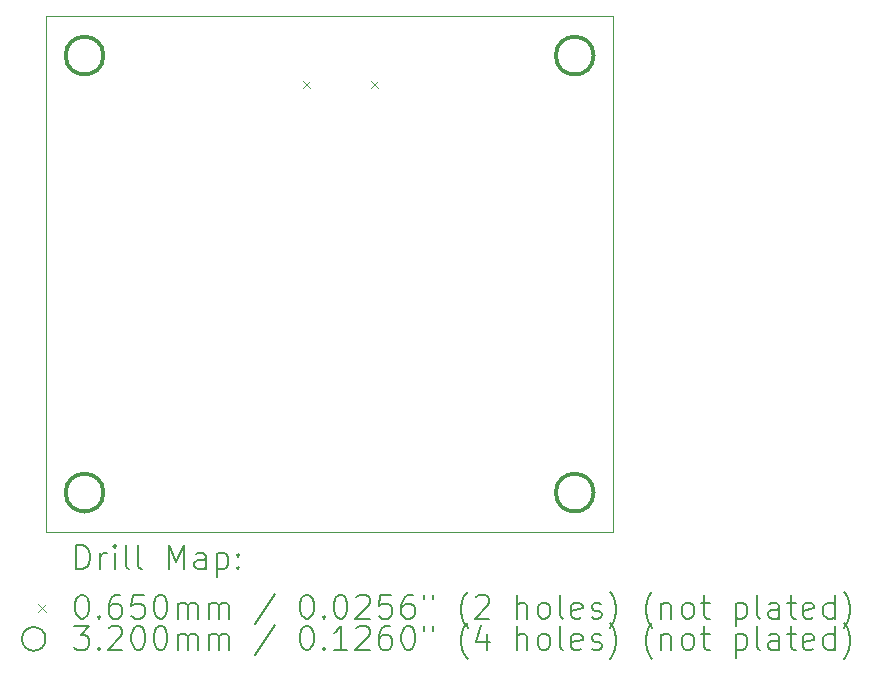
<source format=gbr>
%TF.GenerationSoftware,KiCad,Pcbnew,7.0.5*%
%TF.CreationDate,2024-02-25T22:18:29+02:00*%
%TF.ProjectId,WTP_receiver,5754505f-7265-4636-9569-7665722e6b69,rev?*%
%TF.SameCoordinates,Original*%
%TF.FileFunction,Drillmap*%
%TF.FilePolarity,Positive*%
%FSLAX45Y45*%
G04 Gerber Fmt 4.5, Leading zero omitted, Abs format (unit mm)*
G04 Created by KiCad (PCBNEW 7.0.5) date 2024-02-25 22:18:29*
%MOMM*%
%LPD*%
G01*
G04 APERTURE LIST*
%ADD10C,0.100000*%
%ADD11C,0.200000*%
%ADD12C,0.065000*%
%ADD13C,0.320000*%
G04 APERTURE END LIST*
D10*
X5700000Y-1642800D02*
X10500000Y-1642800D01*
X10500000Y-6004600D01*
X5700000Y-6004600D01*
X5700000Y-1642800D01*
D11*
D12*
X7870425Y-2188000D02*
X7935425Y-2253000D01*
X7935425Y-2188000D02*
X7870425Y-2253000D01*
X8448425Y-2188000D02*
X8513425Y-2253000D01*
X8513425Y-2188000D02*
X8448425Y-2253000D01*
D13*
X6185000Y-1975000D02*
G75*
G03*
X6185000Y-1975000I-160000J0D01*
G01*
X6185000Y-5675000D02*
G75*
G03*
X6185000Y-5675000I-160000J0D01*
G01*
X10335000Y-1975000D02*
G75*
G03*
X10335000Y-1975000I-160000J0D01*
G01*
X10335000Y-5675000D02*
G75*
G03*
X10335000Y-5675000I-160000J0D01*
G01*
D11*
X5955777Y-6321084D02*
X5955777Y-6121084D01*
X5955777Y-6121084D02*
X6003396Y-6121084D01*
X6003396Y-6121084D02*
X6031967Y-6130608D01*
X6031967Y-6130608D02*
X6051015Y-6149655D01*
X6051015Y-6149655D02*
X6060539Y-6168703D01*
X6060539Y-6168703D02*
X6070062Y-6206798D01*
X6070062Y-6206798D02*
X6070062Y-6235369D01*
X6070062Y-6235369D02*
X6060539Y-6273465D01*
X6060539Y-6273465D02*
X6051015Y-6292512D01*
X6051015Y-6292512D02*
X6031967Y-6311560D01*
X6031967Y-6311560D02*
X6003396Y-6321084D01*
X6003396Y-6321084D02*
X5955777Y-6321084D01*
X6155777Y-6321084D02*
X6155777Y-6187750D01*
X6155777Y-6225846D02*
X6165301Y-6206798D01*
X6165301Y-6206798D02*
X6174824Y-6197274D01*
X6174824Y-6197274D02*
X6193872Y-6187750D01*
X6193872Y-6187750D02*
X6212920Y-6187750D01*
X6279586Y-6321084D02*
X6279586Y-6187750D01*
X6279586Y-6121084D02*
X6270062Y-6130608D01*
X6270062Y-6130608D02*
X6279586Y-6140131D01*
X6279586Y-6140131D02*
X6289110Y-6130608D01*
X6289110Y-6130608D02*
X6279586Y-6121084D01*
X6279586Y-6121084D02*
X6279586Y-6140131D01*
X6403396Y-6321084D02*
X6384348Y-6311560D01*
X6384348Y-6311560D02*
X6374824Y-6292512D01*
X6374824Y-6292512D02*
X6374824Y-6121084D01*
X6508158Y-6321084D02*
X6489110Y-6311560D01*
X6489110Y-6311560D02*
X6479586Y-6292512D01*
X6479586Y-6292512D02*
X6479586Y-6121084D01*
X6736729Y-6321084D02*
X6736729Y-6121084D01*
X6736729Y-6121084D02*
X6803396Y-6263941D01*
X6803396Y-6263941D02*
X6870062Y-6121084D01*
X6870062Y-6121084D02*
X6870062Y-6321084D01*
X7051015Y-6321084D02*
X7051015Y-6216322D01*
X7051015Y-6216322D02*
X7041491Y-6197274D01*
X7041491Y-6197274D02*
X7022443Y-6187750D01*
X7022443Y-6187750D02*
X6984348Y-6187750D01*
X6984348Y-6187750D02*
X6965301Y-6197274D01*
X7051015Y-6311560D02*
X7031967Y-6321084D01*
X7031967Y-6321084D02*
X6984348Y-6321084D01*
X6984348Y-6321084D02*
X6965301Y-6311560D01*
X6965301Y-6311560D02*
X6955777Y-6292512D01*
X6955777Y-6292512D02*
X6955777Y-6273465D01*
X6955777Y-6273465D02*
X6965301Y-6254417D01*
X6965301Y-6254417D02*
X6984348Y-6244893D01*
X6984348Y-6244893D02*
X7031967Y-6244893D01*
X7031967Y-6244893D02*
X7051015Y-6235369D01*
X7146253Y-6187750D02*
X7146253Y-6387750D01*
X7146253Y-6197274D02*
X7165301Y-6187750D01*
X7165301Y-6187750D02*
X7203396Y-6187750D01*
X7203396Y-6187750D02*
X7222443Y-6197274D01*
X7222443Y-6197274D02*
X7231967Y-6206798D01*
X7231967Y-6206798D02*
X7241491Y-6225846D01*
X7241491Y-6225846D02*
X7241491Y-6282988D01*
X7241491Y-6282988D02*
X7231967Y-6302036D01*
X7231967Y-6302036D02*
X7222443Y-6311560D01*
X7222443Y-6311560D02*
X7203396Y-6321084D01*
X7203396Y-6321084D02*
X7165301Y-6321084D01*
X7165301Y-6321084D02*
X7146253Y-6311560D01*
X7327205Y-6302036D02*
X7336729Y-6311560D01*
X7336729Y-6311560D02*
X7327205Y-6321084D01*
X7327205Y-6321084D02*
X7317682Y-6311560D01*
X7317682Y-6311560D02*
X7327205Y-6302036D01*
X7327205Y-6302036D02*
X7327205Y-6321084D01*
X7327205Y-6197274D02*
X7336729Y-6206798D01*
X7336729Y-6206798D02*
X7327205Y-6216322D01*
X7327205Y-6216322D02*
X7317682Y-6206798D01*
X7317682Y-6206798D02*
X7327205Y-6197274D01*
X7327205Y-6197274D02*
X7327205Y-6216322D01*
D12*
X5630000Y-6617100D02*
X5695000Y-6682100D01*
X5695000Y-6617100D02*
X5630000Y-6682100D01*
D11*
X5993872Y-6541084D02*
X6012920Y-6541084D01*
X6012920Y-6541084D02*
X6031967Y-6550608D01*
X6031967Y-6550608D02*
X6041491Y-6560131D01*
X6041491Y-6560131D02*
X6051015Y-6579179D01*
X6051015Y-6579179D02*
X6060539Y-6617274D01*
X6060539Y-6617274D02*
X6060539Y-6664893D01*
X6060539Y-6664893D02*
X6051015Y-6702988D01*
X6051015Y-6702988D02*
X6041491Y-6722036D01*
X6041491Y-6722036D02*
X6031967Y-6731560D01*
X6031967Y-6731560D02*
X6012920Y-6741084D01*
X6012920Y-6741084D02*
X5993872Y-6741084D01*
X5993872Y-6741084D02*
X5974824Y-6731560D01*
X5974824Y-6731560D02*
X5965301Y-6722036D01*
X5965301Y-6722036D02*
X5955777Y-6702988D01*
X5955777Y-6702988D02*
X5946253Y-6664893D01*
X5946253Y-6664893D02*
X5946253Y-6617274D01*
X5946253Y-6617274D02*
X5955777Y-6579179D01*
X5955777Y-6579179D02*
X5965301Y-6560131D01*
X5965301Y-6560131D02*
X5974824Y-6550608D01*
X5974824Y-6550608D02*
X5993872Y-6541084D01*
X6146253Y-6722036D02*
X6155777Y-6731560D01*
X6155777Y-6731560D02*
X6146253Y-6741084D01*
X6146253Y-6741084D02*
X6136729Y-6731560D01*
X6136729Y-6731560D02*
X6146253Y-6722036D01*
X6146253Y-6722036D02*
X6146253Y-6741084D01*
X6327205Y-6541084D02*
X6289110Y-6541084D01*
X6289110Y-6541084D02*
X6270062Y-6550608D01*
X6270062Y-6550608D02*
X6260539Y-6560131D01*
X6260539Y-6560131D02*
X6241491Y-6588703D01*
X6241491Y-6588703D02*
X6231967Y-6626798D01*
X6231967Y-6626798D02*
X6231967Y-6702988D01*
X6231967Y-6702988D02*
X6241491Y-6722036D01*
X6241491Y-6722036D02*
X6251015Y-6731560D01*
X6251015Y-6731560D02*
X6270062Y-6741084D01*
X6270062Y-6741084D02*
X6308158Y-6741084D01*
X6308158Y-6741084D02*
X6327205Y-6731560D01*
X6327205Y-6731560D02*
X6336729Y-6722036D01*
X6336729Y-6722036D02*
X6346253Y-6702988D01*
X6346253Y-6702988D02*
X6346253Y-6655369D01*
X6346253Y-6655369D02*
X6336729Y-6636322D01*
X6336729Y-6636322D02*
X6327205Y-6626798D01*
X6327205Y-6626798D02*
X6308158Y-6617274D01*
X6308158Y-6617274D02*
X6270062Y-6617274D01*
X6270062Y-6617274D02*
X6251015Y-6626798D01*
X6251015Y-6626798D02*
X6241491Y-6636322D01*
X6241491Y-6636322D02*
X6231967Y-6655369D01*
X6527205Y-6541084D02*
X6431967Y-6541084D01*
X6431967Y-6541084D02*
X6422443Y-6636322D01*
X6422443Y-6636322D02*
X6431967Y-6626798D01*
X6431967Y-6626798D02*
X6451015Y-6617274D01*
X6451015Y-6617274D02*
X6498634Y-6617274D01*
X6498634Y-6617274D02*
X6517682Y-6626798D01*
X6517682Y-6626798D02*
X6527205Y-6636322D01*
X6527205Y-6636322D02*
X6536729Y-6655369D01*
X6536729Y-6655369D02*
X6536729Y-6702988D01*
X6536729Y-6702988D02*
X6527205Y-6722036D01*
X6527205Y-6722036D02*
X6517682Y-6731560D01*
X6517682Y-6731560D02*
X6498634Y-6741084D01*
X6498634Y-6741084D02*
X6451015Y-6741084D01*
X6451015Y-6741084D02*
X6431967Y-6731560D01*
X6431967Y-6731560D02*
X6422443Y-6722036D01*
X6660539Y-6541084D02*
X6679586Y-6541084D01*
X6679586Y-6541084D02*
X6698634Y-6550608D01*
X6698634Y-6550608D02*
X6708158Y-6560131D01*
X6708158Y-6560131D02*
X6717682Y-6579179D01*
X6717682Y-6579179D02*
X6727205Y-6617274D01*
X6727205Y-6617274D02*
X6727205Y-6664893D01*
X6727205Y-6664893D02*
X6717682Y-6702988D01*
X6717682Y-6702988D02*
X6708158Y-6722036D01*
X6708158Y-6722036D02*
X6698634Y-6731560D01*
X6698634Y-6731560D02*
X6679586Y-6741084D01*
X6679586Y-6741084D02*
X6660539Y-6741084D01*
X6660539Y-6741084D02*
X6641491Y-6731560D01*
X6641491Y-6731560D02*
X6631967Y-6722036D01*
X6631967Y-6722036D02*
X6622443Y-6702988D01*
X6622443Y-6702988D02*
X6612920Y-6664893D01*
X6612920Y-6664893D02*
X6612920Y-6617274D01*
X6612920Y-6617274D02*
X6622443Y-6579179D01*
X6622443Y-6579179D02*
X6631967Y-6560131D01*
X6631967Y-6560131D02*
X6641491Y-6550608D01*
X6641491Y-6550608D02*
X6660539Y-6541084D01*
X6812920Y-6741084D02*
X6812920Y-6607750D01*
X6812920Y-6626798D02*
X6822443Y-6617274D01*
X6822443Y-6617274D02*
X6841491Y-6607750D01*
X6841491Y-6607750D02*
X6870063Y-6607750D01*
X6870063Y-6607750D02*
X6889110Y-6617274D01*
X6889110Y-6617274D02*
X6898634Y-6636322D01*
X6898634Y-6636322D02*
X6898634Y-6741084D01*
X6898634Y-6636322D02*
X6908158Y-6617274D01*
X6908158Y-6617274D02*
X6927205Y-6607750D01*
X6927205Y-6607750D02*
X6955777Y-6607750D01*
X6955777Y-6607750D02*
X6974824Y-6617274D01*
X6974824Y-6617274D02*
X6984348Y-6636322D01*
X6984348Y-6636322D02*
X6984348Y-6741084D01*
X7079586Y-6741084D02*
X7079586Y-6607750D01*
X7079586Y-6626798D02*
X7089110Y-6617274D01*
X7089110Y-6617274D02*
X7108158Y-6607750D01*
X7108158Y-6607750D02*
X7136729Y-6607750D01*
X7136729Y-6607750D02*
X7155777Y-6617274D01*
X7155777Y-6617274D02*
X7165301Y-6636322D01*
X7165301Y-6636322D02*
X7165301Y-6741084D01*
X7165301Y-6636322D02*
X7174824Y-6617274D01*
X7174824Y-6617274D02*
X7193872Y-6607750D01*
X7193872Y-6607750D02*
X7222443Y-6607750D01*
X7222443Y-6607750D02*
X7241491Y-6617274D01*
X7241491Y-6617274D02*
X7251015Y-6636322D01*
X7251015Y-6636322D02*
X7251015Y-6741084D01*
X7641491Y-6531560D02*
X7470063Y-6788703D01*
X7898634Y-6541084D02*
X7917682Y-6541084D01*
X7917682Y-6541084D02*
X7936729Y-6550608D01*
X7936729Y-6550608D02*
X7946253Y-6560131D01*
X7946253Y-6560131D02*
X7955777Y-6579179D01*
X7955777Y-6579179D02*
X7965301Y-6617274D01*
X7965301Y-6617274D02*
X7965301Y-6664893D01*
X7965301Y-6664893D02*
X7955777Y-6702988D01*
X7955777Y-6702988D02*
X7946253Y-6722036D01*
X7946253Y-6722036D02*
X7936729Y-6731560D01*
X7936729Y-6731560D02*
X7917682Y-6741084D01*
X7917682Y-6741084D02*
X7898634Y-6741084D01*
X7898634Y-6741084D02*
X7879586Y-6731560D01*
X7879586Y-6731560D02*
X7870063Y-6722036D01*
X7870063Y-6722036D02*
X7860539Y-6702988D01*
X7860539Y-6702988D02*
X7851015Y-6664893D01*
X7851015Y-6664893D02*
X7851015Y-6617274D01*
X7851015Y-6617274D02*
X7860539Y-6579179D01*
X7860539Y-6579179D02*
X7870063Y-6560131D01*
X7870063Y-6560131D02*
X7879586Y-6550608D01*
X7879586Y-6550608D02*
X7898634Y-6541084D01*
X8051015Y-6722036D02*
X8060539Y-6731560D01*
X8060539Y-6731560D02*
X8051015Y-6741084D01*
X8051015Y-6741084D02*
X8041491Y-6731560D01*
X8041491Y-6731560D02*
X8051015Y-6722036D01*
X8051015Y-6722036D02*
X8051015Y-6741084D01*
X8184348Y-6541084D02*
X8203396Y-6541084D01*
X8203396Y-6541084D02*
X8222444Y-6550608D01*
X8222444Y-6550608D02*
X8231967Y-6560131D01*
X8231967Y-6560131D02*
X8241491Y-6579179D01*
X8241491Y-6579179D02*
X8251015Y-6617274D01*
X8251015Y-6617274D02*
X8251015Y-6664893D01*
X8251015Y-6664893D02*
X8241491Y-6702988D01*
X8241491Y-6702988D02*
X8231967Y-6722036D01*
X8231967Y-6722036D02*
X8222444Y-6731560D01*
X8222444Y-6731560D02*
X8203396Y-6741084D01*
X8203396Y-6741084D02*
X8184348Y-6741084D01*
X8184348Y-6741084D02*
X8165301Y-6731560D01*
X8165301Y-6731560D02*
X8155777Y-6722036D01*
X8155777Y-6722036D02*
X8146253Y-6702988D01*
X8146253Y-6702988D02*
X8136729Y-6664893D01*
X8136729Y-6664893D02*
X8136729Y-6617274D01*
X8136729Y-6617274D02*
X8146253Y-6579179D01*
X8146253Y-6579179D02*
X8155777Y-6560131D01*
X8155777Y-6560131D02*
X8165301Y-6550608D01*
X8165301Y-6550608D02*
X8184348Y-6541084D01*
X8327206Y-6560131D02*
X8336729Y-6550608D01*
X8336729Y-6550608D02*
X8355777Y-6541084D01*
X8355777Y-6541084D02*
X8403396Y-6541084D01*
X8403396Y-6541084D02*
X8422444Y-6550608D01*
X8422444Y-6550608D02*
X8431968Y-6560131D01*
X8431968Y-6560131D02*
X8441491Y-6579179D01*
X8441491Y-6579179D02*
X8441491Y-6598227D01*
X8441491Y-6598227D02*
X8431968Y-6626798D01*
X8431968Y-6626798D02*
X8317682Y-6741084D01*
X8317682Y-6741084D02*
X8441491Y-6741084D01*
X8622444Y-6541084D02*
X8527206Y-6541084D01*
X8527206Y-6541084D02*
X8517682Y-6636322D01*
X8517682Y-6636322D02*
X8527206Y-6626798D01*
X8527206Y-6626798D02*
X8546253Y-6617274D01*
X8546253Y-6617274D02*
X8593872Y-6617274D01*
X8593872Y-6617274D02*
X8612920Y-6626798D01*
X8612920Y-6626798D02*
X8622444Y-6636322D01*
X8622444Y-6636322D02*
X8631968Y-6655369D01*
X8631968Y-6655369D02*
X8631968Y-6702988D01*
X8631968Y-6702988D02*
X8622444Y-6722036D01*
X8622444Y-6722036D02*
X8612920Y-6731560D01*
X8612920Y-6731560D02*
X8593872Y-6741084D01*
X8593872Y-6741084D02*
X8546253Y-6741084D01*
X8546253Y-6741084D02*
X8527206Y-6731560D01*
X8527206Y-6731560D02*
X8517682Y-6722036D01*
X8803396Y-6541084D02*
X8765301Y-6541084D01*
X8765301Y-6541084D02*
X8746253Y-6550608D01*
X8746253Y-6550608D02*
X8736729Y-6560131D01*
X8736729Y-6560131D02*
X8717682Y-6588703D01*
X8717682Y-6588703D02*
X8708158Y-6626798D01*
X8708158Y-6626798D02*
X8708158Y-6702988D01*
X8708158Y-6702988D02*
X8717682Y-6722036D01*
X8717682Y-6722036D02*
X8727206Y-6731560D01*
X8727206Y-6731560D02*
X8746253Y-6741084D01*
X8746253Y-6741084D02*
X8784349Y-6741084D01*
X8784349Y-6741084D02*
X8803396Y-6731560D01*
X8803396Y-6731560D02*
X8812920Y-6722036D01*
X8812920Y-6722036D02*
X8822444Y-6702988D01*
X8822444Y-6702988D02*
X8822444Y-6655369D01*
X8822444Y-6655369D02*
X8812920Y-6636322D01*
X8812920Y-6636322D02*
X8803396Y-6626798D01*
X8803396Y-6626798D02*
X8784349Y-6617274D01*
X8784349Y-6617274D02*
X8746253Y-6617274D01*
X8746253Y-6617274D02*
X8727206Y-6626798D01*
X8727206Y-6626798D02*
X8717682Y-6636322D01*
X8717682Y-6636322D02*
X8708158Y-6655369D01*
X8898634Y-6541084D02*
X8898634Y-6579179D01*
X8974825Y-6541084D02*
X8974825Y-6579179D01*
X9270063Y-6817274D02*
X9260539Y-6807750D01*
X9260539Y-6807750D02*
X9241491Y-6779179D01*
X9241491Y-6779179D02*
X9231968Y-6760131D01*
X9231968Y-6760131D02*
X9222444Y-6731560D01*
X9222444Y-6731560D02*
X9212920Y-6683941D01*
X9212920Y-6683941D02*
X9212920Y-6645846D01*
X9212920Y-6645846D02*
X9222444Y-6598227D01*
X9222444Y-6598227D02*
X9231968Y-6569655D01*
X9231968Y-6569655D02*
X9241491Y-6550608D01*
X9241491Y-6550608D02*
X9260539Y-6522036D01*
X9260539Y-6522036D02*
X9270063Y-6512512D01*
X9336730Y-6560131D02*
X9346253Y-6550608D01*
X9346253Y-6550608D02*
X9365301Y-6541084D01*
X9365301Y-6541084D02*
X9412920Y-6541084D01*
X9412920Y-6541084D02*
X9431968Y-6550608D01*
X9431968Y-6550608D02*
X9441491Y-6560131D01*
X9441491Y-6560131D02*
X9451015Y-6579179D01*
X9451015Y-6579179D02*
X9451015Y-6598227D01*
X9451015Y-6598227D02*
X9441491Y-6626798D01*
X9441491Y-6626798D02*
X9327206Y-6741084D01*
X9327206Y-6741084D02*
X9451015Y-6741084D01*
X9689111Y-6741084D02*
X9689111Y-6541084D01*
X9774825Y-6741084D02*
X9774825Y-6636322D01*
X9774825Y-6636322D02*
X9765301Y-6617274D01*
X9765301Y-6617274D02*
X9746253Y-6607750D01*
X9746253Y-6607750D02*
X9717682Y-6607750D01*
X9717682Y-6607750D02*
X9698634Y-6617274D01*
X9698634Y-6617274D02*
X9689111Y-6626798D01*
X9898634Y-6741084D02*
X9879587Y-6731560D01*
X9879587Y-6731560D02*
X9870063Y-6722036D01*
X9870063Y-6722036D02*
X9860539Y-6702988D01*
X9860539Y-6702988D02*
X9860539Y-6645846D01*
X9860539Y-6645846D02*
X9870063Y-6626798D01*
X9870063Y-6626798D02*
X9879587Y-6617274D01*
X9879587Y-6617274D02*
X9898634Y-6607750D01*
X9898634Y-6607750D02*
X9927206Y-6607750D01*
X9927206Y-6607750D02*
X9946253Y-6617274D01*
X9946253Y-6617274D02*
X9955777Y-6626798D01*
X9955777Y-6626798D02*
X9965301Y-6645846D01*
X9965301Y-6645846D02*
X9965301Y-6702988D01*
X9965301Y-6702988D02*
X9955777Y-6722036D01*
X9955777Y-6722036D02*
X9946253Y-6731560D01*
X9946253Y-6731560D02*
X9927206Y-6741084D01*
X9927206Y-6741084D02*
X9898634Y-6741084D01*
X10079587Y-6741084D02*
X10060539Y-6731560D01*
X10060539Y-6731560D02*
X10051015Y-6712512D01*
X10051015Y-6712512D02*
X10051015Y-6541084D01*
X10231968Y-6731560D02*
X10212920Y-6741084D01*
X10212920Y-6741084D02*
X10174825Y-6741084D01*
X10174825Y-6741084D02*
X10155777Y-6731560D01*
X10155777Y-6731560D02*
X10146253Y-6712512D01*
X10146253Y-6712512D02*
X10146253Y-6636322D01*
X10146253Y-6636322D02*
X10155777Y-6617274D01*
X10155777Y-6617274D02*
X10174825Y-6607750D01*
X10174825Y-6607750D02*
X10212920Y-6607750D01*
X10212920Y-6607750D02*
X10231968Y-6617274D01*
X10231968Y-6617274D02*
X10241492Y-6636322D01*
X10241492Y-6636322D02*
X10241492Y-6655369D01*
X10241492Y-6655369D02*
X10146253Y-6674417D01*
X10317682Y-6731560D02*
X10336730Y-6741084D01*
X10336730Y-6741084D02*
X10374825Y-6741084D01*
X10374825Y-6741084D02*
X10393873Y-6731560D01*
X10393873Y-6731560D02*
X10403396Y-6712512D01*
X10403396Y-6712512D02*
X10403396Y-6702988D01*
X10403396Y-6702988D02*
X10393873Y-6683941D01*
X10393873Y-6683941D02*
X10374825Y-6674417D01*
X10374825Y-6674417D02*
X10346253Y-6674417D01*
X10346253Y-6674417D02*
X10327206Y-6664893D01*
X10327206Y-6664893D02*
X10317682Y-6645846D01*
X10317682Y-6645846D02*
X10317682Y-6636322D01*
X10317682Y-6636322D02*
X10327206Y-6617274D01*
X10327206Y-6617274D02*
X10346253Y-6607750D01*
X10346253Y-6607750D02*
X10374825Y-6607750D01*
X10374825Y-6607750D02*
X10393873Y-6617274D01*
X10470063Y-6817274D02*
X10479587Y-6807750D01*
X10479587Y-6807750D02*
X10498634Y-6779179D01*
X10498634Y-6779179D02*
X10508158Y-6760131D01*
X10508158Y-6760131D02*
X10517682Y-6731560D01*
X10517682Y-6731560D02*
X10527206Y-6683941D01*
X10527206Y-6683941D02*
X10527206Y-6645846D01*
X10527206Y-6645846D02*
X10517682Y-6598227D01*
X10517682Y-6598227D02*
X10508158Y-6569655D01*
X10508158Y-6569655D02*
X10498634Y-6550608D01*
X10498634Y-6550608D02*
X10479587Y-6522036D01*
X10479587Y-6522036D02*
X10470063Y-6512512D01*
X10831968Y-6817274D02*
X10822444Y-6807750D01*
X10822444Y-6807750D02*
X10803396Y-6779179D01*
X10803396Y-6779179D02*
X10793873Y-6760131D01*
X10793873Y-6760131D02*
X10784349Y-6731560D01*
X10784349Y-6731560D02*
X10774825Y-6683941D01*
X10774825Y-6683941D02*
X10774825Y-6645846D01*
X10774825Y-6645846D02*
X10784349Y-6598227D01*
X10784349Y-6598227D02*
X10793873Y-6569655D01*
X10793873Y-6569655D02*
X10803396Y-6550608D01*
X10803396Y-6550608D02*
X10822444Y-6522036D01*
X10822444Y-6522036D02*
X10831968Y-6512512D01*
X10908158Y-6607750D02*
X10908158Y-6741084D01*
X10908158Y-6626798D02*
X10917682Y-6617274D01*
X10917682Y-6617274D02*
X10936730Y-6607750D01*
X10936730Y-6607750D02*
X10965301Y-6607750D01*
X10965301Y-6607750D02*
X10984349Y-6617274D01*
X10984349Y-6617274D02*
X10993873Y-6636322D01*
X10993873Y-6636322D02*
X10993873Y-6741084D01*
X11117682Y-6741084D02*
X11098634Y-6731560D01*
X11098634Y-6731560D02*
X11089111Y-6722036D01*
X11089111Y-6722036D02*
X11079587Y-6702988D01*
X11079587Y-6702988D02*
X11079587Y-6645846D01*
X11079587Y-6645846D02*
X11089111Y-6626798D01*
X11089111Y-6626798D02*
X11098634Y-6617274D01*
X11098634Y-6617274D02*
X11117682Y-6607750D01*
X11117682Y-6607750D02*
X11146254Y-6607750D01*
X11146254Y-6607750D02*
X11165301Y-6617274D01*
X11165301Y-6617274D02*
X11174825Y-6626798D01*
X11174825Y-6626798D02*
X11184349Y-6645846D01*
X11184349Y-6645846D02*
X11184349Y-6702988D01*
X11184349Y-6702988D02*
X11174825Y-6722036D01*
X11174825Y-6722036D02*
X11165301Y-6731560D01*
X11165301Y-6731560D02*
X11146254Y-6741084D01*
X11146254Y-6741084D02*
X11117682Y-6741084D01*
X11241492Y-6607750D02*
X11317682Y-6607750D01*
X11270063Y-6541084D02*
X11270063Y-6712512D01*
X11270063Y-6712512D02*
X11279587Y-6731560D01*
X11279587Y-6731560D02*
X11298634Y-6741084D01*
X11298634Y-6741084D02*
X11317682Y-6741084D01*
X11536730Y-6607750D02*
X11536730Y-6807750D01*
X11536730Y-6617274D02*
X11555777Y-6607750D01*
X11555777Y-6607750D02*
X11593873Y-6607750D01*
X11593873Y-6607750D02*
X11612920Y-6617274D01*
X11612920Y-6617274D02*
X11622444Y-6626798D01*
X11622444Y-6626798D02*
X11631968Y-6645846D01*
X11631968Y-6645846D02*
X11631968Y-6702988D01*
X11631968Y-6702988D02*
X11622444Y-6722036D01*
X11622444Y-6722036D02*
X11612920Y-6731560D01*
X11612920Y-6731560D02*
X11593873Y-6741084D01*
X11593873Y-6741084D02*
X11555777Y-6741084D01*
X11555777Y-6741084D02*
X11536730Y-6731560D01*
X11746253Y-6741084D02*
X11727206Y-6731560D01*
X11727206Y-6731560D02*
X11717682Y-6712512D01*
X11717682Y-6712512D02*
X11717682Y-6541084D01*
X11908158Y-6741084D02*
X11908158Y-6636322D01*
X11908158Y-6636322D02*
X11898634Y-6617274D01*
X11898634Y-6617274D02*
X11879587Y-6607750D01*
X11879587Y-6607750D02*
X11841492Y-6607750D01*
X11841492Y-6607750D02*
X11822444Y-6617274D01*
X11908158Y-6731560D02*
X11889111Y-6741084D01*
X11889111Y-6741084D02*
X11841492Y-6741084D01*
X11841492Y-6741084D02*
X11822444Y-6731560D01*
X11822444Y-6731560D02*
X11812920Y-6712512D01*
X11812920Y-6712512D02*
X11812920Y-6693465D01*
X11812920Y-6693465D02*
X11822444Y-6674417D01*
X11822444Y-6674417D02*
X11841492Y-6664893D01*
X11841492Y-6664893D02*
X11889111Y-6664893D01*
X11889111Y-6664893D02*
X11908158Y-6655369D01*
X11974825Y-6607750D02*
X12051015Y-6607750D01*
X12003396Y-6541084D02*
X12003396Y-6712512D01*
X12003396Y-6712512D02*
X12012920Y-6731560D01*
X12012920Y-6731560D02*
X12031968Y-6741084D01*
X12031968Y-6741084D02*
X12051015Y-6741084D01*
X12193873Y-6731560D02*
X12174825Y-6741084D01*
X12174825Y-6741084D02*
X12136730Y-6741084D01*
X12136730Y-6741084D02*
X12117682Y-6731560D01*
X12117682Y-6731560D02*
X12108158Y-6712512D01*
X12108158Y-6712512D02*
X12108158Y-6636322D01*
X12108158Y-6636322D02*
X12117682Y-6617274D01*
X12117682Y-6617274D02*
X12136730Y-6607750D01*
X12136730Y-6607750D02*
X12174825Y-6607750D01*
X12174825Y-6607750D02*
X12193873Y-6617274D01*
X12193873Y-6617274D02*
X12203396Y-6636322D01*
X12203396Y-6636322D02*
X12203396Y-6655369D01*
X12203396Y-6655369D02*
X12108158Y-6674417D01*
X12374825Y-6741084D02*
X12374825Y-6541084D01*
X12374825Y-6731560D02*
X12355777Y-6741084D01*
X12355777Y-6741084D02*
X12317682Y-6741084D01*
X12317682Y-6741084D02*
X12298634Y-6731560D01*
X12298634Y-6731560D02*
X12289111Y-6722036D01*
X12289111Y-6722036D02*
X12279587Y-6702988D01*
X12279587Y-6702988D02*
X12279587Y-6645846D01*
X12279587Y-6645846D02*
X12289111Y-6626798D01*
X12289111Y-6626798D02*
X12298634Y-6617274D01*
X12298634Y-6617274D02*
X12317682Y-6607750D01*
X12317682Y-6607750D02*
X12355777Y-6607750D01*
X12355777Y-6607750D02*
X12374825Y-6617274D01*
X12451015Y-6817274D02*
X12460539Y-6807750D01*
X12460539Y-6807750D02*
X12479587Y-6779179D01*
X12479587Y-6779179D02*
X12489111Y-6760131D01*
X12489111Y-6760131D02*
X12498634Y-6731560D01*
X12498634Y-6731560D02*
X12508158Y-6683941D01*
X12508158Y-6683941D02*
X12508158Y-6645846D01*
X12508158Y-6645846D02*
X12498634Y-6598227D01*
X12498634Y-6598227D02*
X12489111Y-6569655D01*
X12489111Y-6569655D02*
X12479587Y-6550608D01*
X12479587Y-6550608D02*
X12460539Y-6522036D01*
X12460539Y-6522036D02*
X12451015Y-6512512D01*
X5695000Y-6913600D02*
G75*
G03*
X5695000Y-6913600I-100000J0D01*
G01*
X5936729Y-6805084D02*
X6060539Y-6805084D01*
X6060539Y-6805084D02*
X5993872Y-6881274D01*
X5993872Y-6881274D02*
X6022443Y-6881274D01*
X6022443Y-6881274D02*
X6041491Y-6890798D01*
X6041491Y-6890798D02*
X6051015Y-6900322D01*
X6051015Y-6900322D02*
X6060539Y-6919369D01*
X6060539Y-6919369D02*
X6060539Y-6966988D01*
X6060539Y-6966988D02*
X6051015Y-6986036D01*
X6051015Y-6986036D02*
X6041491Y-6995560D01*
X6041491Y-6995560D02*
X6022443Y-7005084D01*
X6022443Y-7005084D02*
X5965301Y-7005084D01*
X5965301Y-7005084D02*
X5946253Y-6995560D01*
X5946253Y-6995560D02*
X5936729Y-6986036D01*
X6146253Y-6986036D02*
X6155777Y-6995560D01*
X6155777Y-6995560D02*
X6146253Y-7005084D01*
X6146253Y-7005084D02*
X6136729Y-6995560D01*
X6136729Y-6995560D02*
X6146253Y-6986036D01*
X6146253Y-6986036D02*
X6146253Y-7005084D01*
X6231967Y-6824131D02*
X6241491Y-6814608D01*
X6241491Y-6814608D02*
X6260539Y-6805084D01*
X6260539Y-6805084D02*
X6308158Y-6805084D01*
X6308158Y-6805084D02*
X6327205Y-6814608D01*
X6327205Y-6814608D02*
X6336729Y-6824131D01*
X6336729Y-6824131D02*
X6346253Y-6843179D01*
X6346253Y-6843179D02*
X6346253Y-6862227D01*
X6346253Y-6862227D02*
X6336729Y-6890798D01*
X6336729Y-6890798D02*
X6222443Y-7005084D01*
X6222443Y-7005084D02*
X6346253Y-7005084D01*
X6470062Y-6805084D02*
X6489110Y-6805084D01*
X6489110Y-6805084D02*
X6508158Y-6814608D01*
X6508158Y-6814608D02*
X6517682Y-6824131D01*
X6517682Y-6824131D02*
X6527205Y-6843179D01*
X6527205Y-6843179D02*
X6536729Y-6881274D01*
X6536729Y-6881274D02*
X6536729Y-6928893D01*
X6536729Y-6928893D02*
X6527205Y-6966988D01*
X6527205Y-6966988D02*
X6517682Y-6986036D01*
X6517682Y-6986036D02*
X6508158Y-6995560D01*
X6508158Y-6995560D02*
X6489110Y-7005084D01*
X6489110Y-7005084D02*
X6470062Y-7005084D01*
X6470062Y-7005084D02*
X6451015Y-6995560D01*
X6451015Y-6995560D02*
X6441491Y-6986036D01*
X6441491Y-6986036D02*
X6431967Y-6966988D01*
X6431967Y-6966988D02*
X6422443Y-6928893D01*
X6422443Y-6928893D02*
X6422443Y-6881274D01*
X6422443Y-6881274D02*
X6431967Y-6843179D01*
X6431967Y-6843179D02*
X6441491Y-6824131D01*
X6441491Y-6824131D02*
X6451015Y-6814608D01*
X6451015Y-6814608D02*
X6470062Y-6805084D01*
X6660539Y-6805084D02*
X6679586Y-6805084D01*
X6679586Y-6805084D02*
X6698634Y-6814608D01*
X6698634Y-6814608D02*
X6708158Y-6824131D01*
X6708158Y-6824131D02*
X6717682Y-6843179D01*
X6717682Y-6843179D02*
X6727205Y-6881274D01*
X6727205Y-6881274D02*
X6727205Y-6928893D01*
X6727205Y-6928893D02*
X6717682Y-6966988D01*
X6717682Y-6966988D02*
X6708158Y-6986036D01*
X6708158Y-6986036D02*
X6698634Y-6995560D01*
X6698634Y-6995560D02*
X6679586Y-7005084D01*
X6679586Y-7005084D02*
X6660539Y-7005084D01*
X6660539Y-7005084D02*
X6641491Y-6995560D01*
X6641491Y-6995560D02*
X6631967Y-6986036D01*
X6631967Y-6986036D02*
X6622443Y-6966988D01*
X6622443Y-6966988D02*
X6612920Y-6928893D01*
X6612920Y-6928893D02*
X6612920Y-6881274D01*
X6612920Y-6881274D02*
X6622443Y-6843179D01*
X6622443Y-6843179D02*
X6631967Y-6824131D01*
X6631967Y-6824131D02*
X6641491Y-6814608D01*
X6641491Y-6814608D02*
X6660539Y-6805084D01*
X6812920Y-7005084D02*
X6812920Y-6871750D01*
X6812920Y-6890798D02*
X6822443Y-6881274D01*
X6822443Y-6881274D02*
X6841491Y-6871750D01*
X6841491Y-6871750D02*
X6870063Y-6871750D01*
X6870063Y-6871750D02*
X6889110Y-6881274D01*
X6889110Y-6881274D02*
X6898634Y-6900322D01*
X6898634Y-6900322D02*
X6898634Y-7005084D01*
X6898634Y-6900322D02*
X6908158Y-6881274D01*
X6908158Y-6881274D02*
X6927205Y-6871750D01*
X6927205Y-6871750D02*
X6955777Y-6871750D01*
X6955777Y-6871750D02*
X6974824Y-6881274D01*
X6974824Y-6881274D02*
X6984348Y-6900322D01*
X6984348Y-6900322D02*
X6984348Y-7005084D01*
X7079586Y-7005084D02*
X7079586Y-6871750D01*
X7079586Y-6890798D02*
X7089110Y-6881274D01*
X7089110Y-6881274D02*
X7108158Y-6871750D01*
X7108158Y-6871750D02*
X7136729Y-6871750D01*
X7136729Y-6871750D02*
X7155777Y-6881274D01*
X7155777Y-6881274D02*
X7165301Y-6900322D01*
X7165301Y-6900322D02*
X7165301Y-7005084D01*
X7165301Y-6900322D02*
X7174824Y-6881274D01*
X7174824Y-6881274D02*
X7193872Y-6871750D01*
X7193872Y-6871750D02*
X7222443Y-6871750D01*
X7222443Y-6871750D02*
X7241491Y-6881274D01*
X7241491Y-6881274D02*
X7251015Y-6900322D01*
X7251015Y-6900322D02*
X7251015Y-7005084D01*
X7641491Y-6795560D02*
X7470063Y-7052703D01*
X7898634Y-6805084D02*
X7917682Y-6805084D01*
X7917682Y-6805084D02*
X7936729Y-6814608D01*
X7936729Y-6814608D02*
X7946253Y-6824131D01*
X7946253Y-6824131D02*
X7955777Y-6843179D01*
X7955777Y-6843179D02*
X7965301Y-6881274D01*
X7965301Y-6881274D02*
X7965301Y-6928893D01*
X7965301Y-6928893D02*
X7955777Y-6966988D01*
X7955777Y-6966988D02*
X7946253Y-6986036D01*
X7946253Y-6986036D02*
X7936729Y-6995560D01*
X7936729Y-6995560D02*
X7917682Y-7005084D01*
X7917682Y-7005084D02*
X7898634Y-7005084D01*
X7898634Y-7005084D02*
X7879586Y-6995560D01*
X7879586Y-6995560D02*
X7870063Y-6986036D01*
X7870063Y-6986036D02*
X7860539Y-6966988D01*
X7860539Y-6966988D02*
X7851015Y-6928893D01*
X7851015Y-6928893D02*
X7851015Y-6881274D01*
X7851015Y-6881274D02*
X7860539Y-6843179D01*
X7860539Y-6843179D02*
X7870063Y-6824131D01*
X7870063Y-6824131D02*
X7879586Y-6814608D01*
X7879586Y-6814608D02*
X7898634Y-6805084D01*
X8051015Y-6986036D02*
X8060539Y-6995560D01*
X8060539Y-6995560D02*
X8051015Y-7005084D01*
X8051015Y-7005084D02*
X8041491Y-6995560D01*
X8041491Y-6995560D02*
X8051015Y-6986036D01*
X8051015Y-6986036D02*
X8051015Y-7005084D01*
X8251015Y-7005084D02*
X8136729Y-7005084D01*
X8193872Y-7005084D02*
X8193872Y-6805084D01*
X8193872Y-6805084D02*
X8174825Y-6833655D01*
X8174825Y-6833655D02*
X8155777Y-6852703D01*
X8155777Y-6852703D02*
X8136729Y-6862227D01*
X8327206Y-6824131D02*
X8336729Y-6814608D01*
X8336729Y-6814608D02*
X8355777Y-6805084D01*
X8355777Y-6805084D02*
X8403396Y-6805084D01*
X8403396Y-6805084D02*
X8422444Y-6814608D01*
X8422444Y-6814608D02*
X8431968Y-6824131D01*
X8431968Y-6824131D02*
X8441491Y-6843179D01*
X8441491Y-6843179D02*
X8441491Y-6862227D01*
X8441491Y-6862227D02*
X8431968Y-6890798D01*
X8431968Y-6890798D02*
X8317682Y-7005084D01*
X8317682Y-7005084D02*
X8441491Y-7005084D01*
X8612920Y-6805084D02*
X8574825Y-6805084D01*
X8574825Y-6805084D02*
X8555777Y-6814608D01*
X8555777Y-6814608D02*
X8546253Y-6824131D01*
X8546253Y-6824131D02*
X8527206Y-6852703D01*
X8527206Y-6852703D02*
X8517682Y-6890798D01*
X8517682Y-6890798D02*
X8517682Y-6966988D01*
X8517682Y-6966988D02*
X8527206Y-6986036D01*
X8527206Y-6986036D02*
X8536729Y-6995560D01*
X8536729Y-6995560D02*
X8555777Y-7005084D01*
X8555777Y-7005084D02*
X8593872Y-7005084D01*
X8593872Y-7005084D02*
X8612920Y-6995560D01*
X8612920Y-6995560D02*
X8622444Y-6986036D01*
X8622444Y-6986036D02*
X8631968Y-6966988D01*
X8631968Y-6966988D02*
X8631968Y-6919369D01*
X8631968Y-6919369D02*
X8622444Y-6900322D01*
X8622444Y-6900322D02*
X8612920Y-6890798D01*
X8612920Y-6890798D02*
X8593872Y-6881274D01*
X8593872Y-6881274D02*
X8555777Y-6881274D01*
X8555777Y-6881274D02*
X8536729Y-6890798D01*
X8536729Y-6890798D02*
X8527206Y-6900322D01*
X8527206Y-6900322D02*
X8517682Y-6919369D01*
X8755777Y-6805084D02*
X8774825Y-6805084D01*
X8774825Y-6805084D02*
X8793872Y-6814608D01*
X8793872Y-6814608D02*
X8803396Y-6824131D01*
X8803396Y-6824131D02*
X8812920Y-6843179D01*
X8812920Y-6843179D02*
X8822444Y-6881274D01*
X8822444Y-6881274D02*
X8822444Y-6928893D01*
X8822444Y-6928893D02*
X8812920Y-6966988D01*
X8812920Y-6966988D02*
X8803396Y-6986036D01*
X8803396Y-6986036D02*
X8793872Y-6995560D01*
X8793872Y-6995560D02*
X8774825Y-7005084D01*
X8774825Y-7005084D02*
X8755777Y-7005084D01*
X8755777Y-7005084D02*
X8736729Y-6995560D01*
X8736729Y-6995560D02*
X8727206Y-6986036D01*
X8727206Y-6986036D02*
X8717682Y-6966988D01*
X8717682Y-6966988D02*
X8708158Y-6928893D01*
X8708158Y-6928893D02*
X8708158Y-6881274D01*
X8708158Y-6881274D02*
X8717682Y-6843179D01*
X8717682Y-6843179D02*
X8727206Y-6824131D01*
X8727206Y-6824131D02*
X8736729Y-6814608D01*
X8736729Y-6814608D02*
X8755777Y-6805084D01*
X8898634Y-6805084D02*
X8898634Y-6843179D01*
X8974825Y-6805084D02*
X8974825Y-6843179D01*
X9270063Y-7081274D02*
X9260539Y-7071750D01*
X9260539Y-7071750D02*
X9241491Y-7043179D01*
X9241491Y-7043179D02*
X9231968Y-7024131D01*
X9231968Y-7024131D02*
X9222444Y-6995560D01*
X9222444Y-6995560D02*
X9212920Y-6947941D01*
X9212920Y-6947941D02*
X9212920Y-6909846D01*
X9212920Y-6909846D02*
X9222444Y-6862227D01*
X9222444Y-6862227D02*
X9231968Y-6833655D01*
X9231968Y-6833655D02*
X9241491Y-6814608D01*
X9241491Y-6814608D02*
X9260539Y-6786036D01*
X9260539Y-6786036D02*
X9270063Y-6776512D01*
X9431968Y-6871750D02*
X9431968Y-7005084D01*
X9384349Y-6795560D02*
X9336730Y-6938417D01*
X9336730Y-6938417D02*
X9460539Y-6938417D01*
X9689111Y-7005084D02*
X9689111Y-6805084D01*
X9774825Y-7005084D02*
X9774825Y-6900322D01*
X9774825Y-6900322D02*
X9765301Y-6881274D01*
X9765301Y-6881274D02*
X9746253Y-6871750D01*
X9746253Y-6871750D02*
X9717682Y-6871750D01*
X9717682Y-6871750D02*
X9698634Y-6881274D01*
X9698634Y-6881274D02*
X9689111Y-6890798D01*
X9898634Y-7005084D02*
X9879587Y-6995560D01*
X9879587Y-6995560D02*
X9870063Y-6986036D01*
X9870063Y-6986036D02*
X9860539Y-6966988D01*
X9860539Y-6966988D02*
X9860539Y-6909846D01*
X9860539Y-6909846D02*
X9870063Y-6890798D01*
X9870063Y-6890798D02*
X9879587Y-6881274D01*
X9879587Y-6881274D02*
X9898634Y-6871750D01*
X9898634Y-6871750D02*
X9927206Y-6871750D01*
X9927206Y-6871750D02*
X9946253Y-6881274D01*
X9946253Y-6881274D02*
X9955777Y-6890798D01*
X9955777Y-6890798D02*
X9965301Y-6909846D01*
X9965301Y-6909846D02*
X9965301Y-6966988D01*
X9965301Y-6966988D02*
X9955777Y-6986036D01*
X9955777Y-6986036D02*
X9946253Y-6995560D01*
X9946253Y-6995560D02*
X9927206Y-7005084D01*
X9927206Y-7005084D02*
X9898634Y-7005084D01*
X10079587Y-7005084D02*
X10060539Y-6995560D01*
X10060539Y-6995560D02*
X10051015Y-6976512D01*
X10051015Y-6976512D02*
X10051015Y-6805084D01*
X10231968Y-6995560D02*
X10212920Y-7005084D01*
X10212920Y-7005084D02*
X10174825Y-7005084D01*
X10174825Y-7005084D02*
X10155777Y-6995560D01*
X10155777Y-6995560D02*
X10146253Y-6976512D01*
X10146253Y-6976512D02*
X10146253Y-6900322D01*
X10146253Y-6900322D02*
X10155777Y-6881274D01*
X10155777Y-6881274D02*
X10174825Y-6871750D01*
X10174825Y-6871750D02*
X10212920Y-6871750D01*
X10212920Y-6871750D02*
X10231968Y-6881274D01*
X10231968Y-6881274D02*
X10241492Y-6900322D01*
X10241492Y-6900322D02*
X10241492Y-6919369D01*
X10241492Y-6919369D02*
X10146253Y-6938417D01*
X10317682Y-6995560D02*
X10336730Y-7005084D01*
X10336730Y-7005084D02*
X10374825Y-7005084D01*
X10374825Y-7005084D02*
X10393873Y-6995560D01*
X10393873Y-6995560D02*
X10403396Y-6976512D01*
X10403396Y-6976512D02*
X10403396Y-6966988D01*
X10403396Y-6966988D02*
X10393873Y-6947941D01*
X10393873Y-6947941D02*
X10374825Y-6938417D01*
X10374825Y-6938417D02*
X10346253Y-6938417D01*
X10346253Y-6938417D02*
X10327206Y-6928893D01*
X10327206Y-6928893D02*
X10317682Y-6909846D01*
X10317682Y-6909846D02*
X10317682Y-6900322D01*
X10317682Y-6900322D02*
X10327206Y-6881274D01*
X10327206Y-6881274D02*
X10346253Y-6871750D01*
X10346253Y-6871750D02*
X10374825Y-6871750D01*
X10374825Y-6871750D02*
X10393873Y-6881274D01*
X10470063Y-7081274D02*
X10479587Y-7071750D01*
X10479587Y-7071750D02*
X10498634Y-7043179D01*
X10498634Y-7043179D02*
X10508158Y-7024131D01*
X10508158Y-7024131D02*
X10517682Y-6995560D01*
X10517682Y-6995560D02*
X10527206Y-6947941D01*
X10527206Y-6947941D02*
X10527206Y-6909846D01*
X10527206Y-6909846D02*
X10517682Y-6862227D01*
X10517682Y-6862227D02*
X10508158Y-6833655D01*
X10508158Y-6833655D02*
X10498634Y-6814608D01*
X10498634Y-6814608D02*
X10479587Y-6786036D01*
X10479587Y-6786036D02*
X10470063Y-6776512D01*
X10831968Y-7081274D02*
X10822444Y-7071750D01*
X10822444Y-7071750D02*
X10803396Y-7043179D01*
X10803396Y-7043179D02*
X10793873Y-7024131D01*
X10793873Y-7024131D02*
X10784349Y-6995560D01*
X10784349Y-6995560D02*
X10774825Y-6947941D01*
X10774825Y-6947941D02*
X10774825Y-6909846D01*
X10774825Y-6909846D02*
X10784349Y-6862227D01*
X10784349Y-6862227D02*
X10793873Y-6833655D01*
X10793873Y-6833655D02*
X10803396Y-6814608D01*
X10803396Y-6814608D02*
X10822444Y-6786036D01*
X10822444Y-6786036D02*
X10831968Y-6776512D01*
X10908158Y-6871750D02*
X10908158Y-7005084D01*
X10908158Y-6890798D02*
X10917682Y-6881274D01*
X10917682Y-6881274D02*
X10936730Y-6871750D01*
X10936730Y-6871750D02*
X10965301Y-6871750D01*
X10965301Y-6871750D02*
X10984349Y-6881274D01*
X10984349Y-6881274D02*
X10993873Y-6900322D01*
X10993873Y-6900322D02*
X10993873Y-7005084D01*
X11117682Y-7005084D02*
X11098634Y-6995560D01*
X11098634Y-6995560D02*
X11089111Y-6986036D01*
X11089111Y-6986036D02*
X11079587Y-6966988D01*
X11079587Y-6966988D02*
X11079587Y-6909846D01*
X11079587Y-6909846D02*
X11089111Y-6890798D01*
X11089111Y-6890798D02*
X11098634Y-6881274D01*
X11098634Y-6881274D02*
X11117682Y-6871750D01*
X11117682Y-6871750D02*
X11146254Y-6871750D01*
X11146254Y-6871750D02*
X11165301Y-6881274D01*
X11165301Y-6881274D02*
X11174825Y-6890798D01*
X11174825Y-6890798D02*
X11184349Y-6909846D01*
X11184349Y-6909846D02*
X11184349Y-6966988D01*
X11184349Y-6966988D02*
X11174825Y-6986036D01*
X11174825Y-6986036D02*
X11165301Y-6995560D01*
X11165301Y-6995560D02*
X11146254Y-7005084D01*
X11146254Y-7005084D02*
X11117682Y-7005084D01*
X11241492Y-6871750D02*
X11317682Y-6871750D01*
X11270063Y-6805084D02*
X11270063Y-6976512D01*
X11270063Y-6976512D02*
X11279587Y-6995560D01*
X11279587Y-6995560D02*
X11298634Y-7005084D01*
X11298634Y-7005084D02*
X11317682Y-7005084D01*
X11536730Y-6871750D02*
X11536730Y-7071750D01*
X11536730Y-6881274D02*
X11555777Y-6871750D01*
X11555777Y-6871750D02*
X11593873Y-6871750D01*
X11593873Y-6871750D02*
X11612920Y-6881274D01*
X11612920Y-6881274D02*
X11622444Y-6890798D01*
X11622444Y-6890798D02*
X11631968Y-6909846D01*
X11631968Y-6909846D02*
X11631968Y-6966988D01*
X11631968Y-6966988D02*
X11622444Y-6986036D01*
X11622444Y-6986036D02*
X11612920Y-6995560D01*
X11612920Y-6995560D02*
X11593873Y-7005084D01*
X11593873Y-7005084D02*
X11555777Y-7005084D01*
X11555777Y-7005084D02*
X11536730Y-6995560D01*
X11746253Y-7005084D02*
X11727206Y-6995560D01*
X11727206Y-6995560D02*
X11717682Y-6976512D01*
X11717682Y-6976512D02*
X11717682Y-6805084D01*
X11908158Y-7005084D02*
X11908158Y-6900322D01*
X11908158Y-6900322D02*
X11898634Y-6881274D01*
X11898634Y-6881274D02*
X11879587Y-6871750D01*
X11879587Y-6871750D02*
X11841492Y-6871750D01*
X11841492Y-6871750D02*
X11822444Y-6881274D01*
X11908158Y-6995560D02*
X11889111Y-7005084D01*
X11889111Y-7005084D02*
X11841492Y-7005084D01*
X11841492Y-7005084D02*
X11822444Y-6995560D01*
X11822444Y-6995560D02*
X11812920Y-6976512D01*
X11812920Y-6976512D02*
X11812920Y-6957465D01*
X11812920Y-6957465D02*
X11822444Y-6938417D01*
X11822444Y-6938417D02*
X11841492Y-6928893D01*
X11841492Y-6928893D02*
X11889111Y-6928893D01*
X11889111Y-6928893D02*
X11908158Y-6919369D01*
X11974825Y-6871750D02*
X12051015Y-6871750D01*
X12003396Y-6805084D02*
X12003396Y-6976512D01*
X12003396Y-6976512D02*
X12012920Y-6995560D01*
X12012920Y-6995560D02*
X12031968Y-7005084D01*
X12031968Y-7005084D02*
X12051015Y-7005084D01*
X12193873Y-6995560D02*
X12174825Y-7005084D01*
X12174825Y-7005084D02*
X12136730Y-7005084D01*
X12136730Y-7005084D02*
X12117682Y-6995560D01*
X12117682Y-6995560D02*
X12108158Y-6976512D01*
X12108158Y-6976512D02*
X12108158Y-6900322D01*
X12108158Y-6900322D02*
X12117682Y-6881274D01*
X12117682Y-6881274D02*
X12136730Y-6871750D01*
X12136730Y-6871750D02*
X12174825Y-6871750D01*
X12174825Y-6871750D02*
X12193873Y-6881274D01*
X12193873Y-6881274D02*
X12203396Y-6900322D01*
X12203396Y-6900322D02*
X12203396Y-6919369D01*
X12203396Y-6919369D02*
X12108158Y-6938417D01*
X12374825Y-7005084D02*
X12374825Y-6805084D01*
X12374825Y-6995560D02*
X12355777Y-7005084D01*
X12355777Y-7005084D02*
X12317682Y-7005084D01*
X12317682Y-7005084D02*
X12298634Y-6995560D01*
X12298634Y-6995560D02*
X12289111Y-6986036D01*
X12289111Y-6986036D02*
X12279587Y-6966988D01*
X12279587Y-6966988D02*
X12279587Y-6909846D01*
X12279587Y-6909846D02*
X12289111Y-6890798D01*
X12289111Y-6890798D02*
X12298634Y-6881274D01*
X12298634Y-6881274D02*
X12317682Y-6871750D01*
X12317682Y-6871750D02*
X12355777Y-6871750D01*
X12355777Y-6871750D02*
X12374825Y-6881274D01*
X12451015Y-7081274D02*
X12460539Y-7071750D01*
X12460539Y-7071750D02*
X12479587Y-7043179D01*
X12479587Y-7043179D02*
X12489111Y-7024131D01*
X12489111Y-7024131D02*
X12498634Y-6995560D01*
X12498634Y-6995560D02*
X12508158Y-6947941D01*
X12508158Y-6947941D02*
X12508158Y-6909846D01*
X12508158Y-6909846D02*
X12498634Y-6862227D01*
X12498634Y-6862227D02*
X12489111Y-6833655D01*
X12489111Y-6833655D02*
X12479587Y-6814608D01*
X12479587Y-6814608D02*
X12460539Y-6786036D01*
X12460539Y-6786036D02*
X12451015Y-6776512D01*
M02*

</source>
